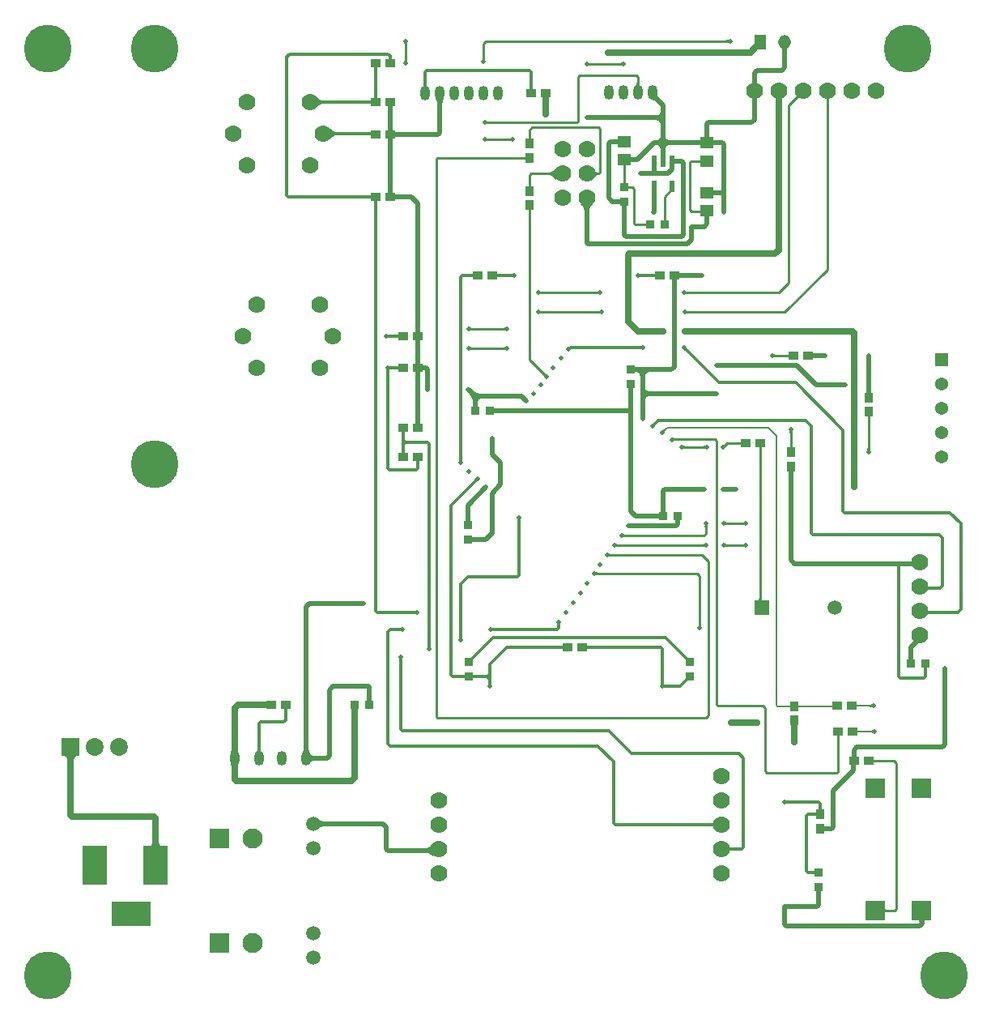
<source format=gbr>
G04*
G04 #@! TF.GenerationSoftware,Altium Limited,Altium Designer,24.4.1 (13)*
G04*
G04 Layer_Physical_Order=2*
G04 Layer_Color=16711680*
%FSLAX44Y44*%
%MOMM*%
G71*
G04*
G04 #@! TF.SameCoordinates,292D2D62-A6DC-441A-99C5-A44A3EC90559*
G04*
G04*
G04 #@! TF.FilePolarity,Positive*
G04*
G01*
G75*
%ADD10C,0.2540*%
%ADD12C,0.2032*%
%ADD15C,0.5080*%
%ADD22C,0.3048*%
%ADD24R,1.0000X0.9500*%
%ADD57C,0.6350*%
%ADD58O,1.3000X1.5000*%
%ADD59R,1.3000X1.5000*%
%ADD60R,1.3700X1.3700*%
%ADD61C,1.3700*%
%ADD62C,1.7780*%
%ADD63C,5.0000*%
%ADD64R,2.1000X2.1000*%
%ADD65C,2.1000*%
%ADD66R,2.5400X4.0640*%
%ADD67R,4.0640X2.5400*%
%ADD68O,1.0160X1.5240*%
%ADD69C,1.8600*%
%ADD70R,1.8600X1.8600*%
%ADD71C,1.5000*%
%ADD72R,1.5000X1.5000*%
%ADD73R,2.0000X2.0000*%
%ADD74C,0.5080*%
%ADD75R,0.9500X1.0000*%
%ADD76R,0.8890X0.9500*%
%ADD77R,0.9500X0.8890*%
%ADD78R,1.4000X1.2000*%
%ADD79R,0.6200X1.2200*%
G36*
X753836Y1018032D02*
X753727Y1018129D01*
X753600Y1018215D01*
X753455Y1018291D01*
X753291Y1018357D01*
X753110Y1018413D01*
X752909Y1018459D01*
X752691Y1018494D01*
X752455Y1018520D01*
X751926Y1018540D01*
Y1021080D01*
X752199Y1021085D01*
X752691Y1021126D01*
X752909Y1021161D01*
X753110Y1021207D01*
X753291Y1021263D01*
X753455Y1021329D01*
X753600Y1021405D01*
X753727Y1021491D01*
X753836Y1021588D01*
Y1018032D01*
D02*
G37*
G36*
X418242Y1017887D02*
X418155Y1017760D01*
X418079Y1017615D01*
X418013Y1017451D01*
X417957Y1017270D01*
X417911Y1017069D01*
X417876Y1016851D01*
X417850Y1016615D01*
X417830Y1016086D01*
X415290D01*
X415285Y1016359D01*
X415244Y1016851D01*
X415209Y1017069D01*
X415163Y1017270D01*
X415107Y1017451D01*
X415041Y1017615D01*
X414965Y1017760D01*
X414879Y1017887D01*
X414782Y1017996D01*
X418338D01*
X418242Y1017887D01*
D02*
G37*
G36*
X499115Y1001671D02*
X499156Y1001179D01*
X499191Y1000960D01*
X499237Y1000760D01*
X499293Y1000579D01*
X499359Y1000415D01*
X499435Y1000270D01*
X499521Y1000143D01*
X499618Y1000034D01*
X496062D01*
X496158Y1000143D01*
X496245Y1000270D01*
X496321Y1000415D01*
X496387Y1000579D01*
X496443Y1000760D01*
X496489Y1000960D01*
X496524Y1001179D01*
X496550Y1001415D01*
X496570Y1001944D01*
X499110D01*
X499115Y1001671D01*
D02*
G37*
G36*
X417835Y1000400D02*
X417876Y999909D01*
X417911Y999690D01*
X417957Y999490D01*
X418013Y999308D01*
X418079Y999145D01*
X418155Y999000D01*
X418242Y998873D01*
X418338Y998764D01*
X414782D01*
X414879Y998873D01*
X414965Y999000D01*
X415041Y999145D01*
X415107Y999308D01*
X415163Y999490D01*
X415209Y999690D01*
X415244Y999909D01*
X415270Y1000145D01*
X415290Y1000674D01*
X417830D01*
X417835Y1000400D01*
D02*
G37*
G36*
X642076Y993902D02*
X641967Y993998D01*
X641840Y994085D01*
X641695Y994161D01*
X641532Y994227D01*
X641350Y994283D01*
X641150Y994329D01*
X640931Y994364D01*
X640695Y994390D01*
X640166Y994410D01*
Y996950D01*
X640440Y996955D01*
X640931Y996996D01*
X641150Y997031D01*
X641350Y997077D01*
X641532Y997133D01*
X641695Y997199D01*
X641840Y997275D01*
X641967Y997362D01*
X642076Y997458D01*
Y993902D01*
D02*
G37*
G36*
X607713Y997362D02*
X607840Y997275D01*
X607985Y997199D01*
X608148Y997133D01*
X608330Y997077D01*
X608531Y997031D01*
X608749Y996996D01*
X608985Y996970D01*
X609514Y996950D01*
Y994410D01*
X609240Y994405D01*
X608749Y994364D01*
X608531Y994329D01*
X608330Y994283D01*
X608148Y994227D01*
X607985Y994161D01*
X607840Y994085D01*
X607713Y993998D01*
X607604Y993902D01*
Y997458D01*
X607713Y997362D01*
D02*
G37*
G36*
X660413Y975891D02*
X660513Y974905D01*
X660601Y974504D01*
X660715Y974165D01*
X660853Y973888D01*
X661017Y973673D01*
X661205Y973519D01*
X661419Y973426D01*
X661658Y973395D01*
X656602D01*
X656841Y973426D01*
X657055Y973519D01*
X657243Y973673D01*
X657407Y973888D01*
X657545Y974165D01*
X657659Y974504D01*
X657747Y974905D01*
X657810Y975367D01*
X657847Y975891D01*
X657860Y976476D01*
X660400D01*
X660413Y975891D01*
D02*
G37*
G36*
X438419Y974885D02*
X438540Y973643D01*
X438645Y973139D01*
X438780Y972712D01*
X438946Y972363D01*
X439142Y972091D01*
X439367Y971897D01*
X439623Y971781D01*
X439909Y971742D01*
X433851D01*
X434137Y971781D01*
X434393Y971897D01*
X434618Y972091D01*
X434814Y972363D01*
X434980Y972712D01*
X435115Y973139D01*
X435220Y973643D01*
X435296Y974225D01*
X435341Y974885D01*
X435356Y975622D01*
X438404D01*
X438419Y974885D01*
D02*
G37*
G36*
X679162Y965615D02*
X679027Y965144D01*
X679030Y964607D01*
X679169Y964005D01*
X679446Y963337D01*
X679859Y962603D01*
X680408Y961804D01*
X681095Y960939D01*
X681919Y960009D01*
X682879Y959013D01*
X679287Y955421D01*
X678651Y956031D01*
X677387Y957083D01*
X676759Y957526D01*
X676134Y957913D01*
X675512Y958244D01*
X674893Y958519D01*
X674276Y958738D01*
X673663Y958902D01*
X673052Y959010D01*
X679433Y966021D01*
X679162Y965615D01*
D02*
G37*
G36*
X456175Y959605D02*
X455857Y959055D01*
X455577Y958464D01*
X455334Y957832D01*
X455128Y957158D01*
X454959Y956442D01*
X454828Y955686D01*
X454735Y954887D01*
X454660Y953167D01*
X449580D01*
X449561Y954048D01*
X449412Y955686D01*
X449281Y956442D01*
X449112Y957158D01*
X448907Y957832D01*
X448663Y958464D01*
X448383Y959055D01*
X448065Y959605D01*
X447709Y960113D01*
X456531D01*
X456175Y959605D01*
D02*
G37*
G36*
X323485Y961640D02*
X325210Y960136D01*
X326029Y959526D01*
X326818Y959009D01*
X327577Y958586D01*
X328308Y958257D01*
X329009Y958022D01*
X329680Y957881D01*
X330322Y957834D01*
Y954786D01*
X329680Y954739D01*
X329009Y954598D01*
X328308Y954363D01*
X327577Y954034D01*
X326818Y953611D01*
X326029Y953094D01*
X325210Y952484D01*
X324362Y951779D01*
X322579Y950087D01*
Y962533D01*
X323485Y961640D01*
D02*
G37*
G36*
X688088Y939800D02*
X683008Y932180D01*
X682957Y933145D01*
X682805Y934009D01*
X682551Y934771D01*
X682195Y935431D01*
X681738Y935990D01*
X681179Y936447D01*
X680519Y936803D01*
X679757Y937057D01*
X678893Y937209D01*
X677928Y937260D01*
Y942340D01*
X678893Y942391D01*
X679757Y942543D01*
X680519Y942797D01*
X681179Y943153D01*
X681738Y943610D01*
X682195Y944169D01*
X682551Y944829D01*
X682805Y945591D01*
X682957Y946455D01*
X683008Y947420D01*
X688088Y939800D01*
D02*
G37*
G36*
X337455Y928620D02*
X339180Y927116D01*
X339999Y926506D01*
X340788Y925989D01*
X341547Y925566D01*
X342278Y925237D01*
X342979Y925002D01*
X343650Y924861D01*
X344292Y924814D01*
Y921766D01*
X343650Y921719D01*
X342979Y921578D01*
X342278Y921343D01*
X341547Y921014D01*
X340788Y920591D01*
X339999Y920074D01*
X339180Y919464D01*
X338332Y918759D01*
X336549Y917067D01*
Y929513D01*
X337455Y928620D01*
D02*
G37*
G36*
X526506Y915162D02*
X526397Y915258D01*
X526270Y915345D01*
X526125Y915421D01*
X525961Y915487D01*
X525780Y915543D01*
X525579Y915589D01*
X525361Y915624D01*
X525125Y915650D01*
X524596Y915670D01*
Y918210D01*
X524869Y918215D01*
X525361Y918256D01*
X525579Y918291D01*
X525780Y918337D01*
X525961Y918393D01*
X526125Y918459D01*
X526270Y918535D01*
X526397Y918622D01*
X526506Y918718D01*
Y915162D01*
D02*
G37*
G36*
X501033Y918622D02*
X501160Y918535D01*
X501305Y918459D01*
X501469Y918393D01*
X501650Y918337D01*
X501851Y918291D01*
X502069Y918256D01*
X502305Y918230D01*
X502834Y918210D01*
Y915670D01*
X502561Y915665D01*
X502069Y915624D01*
X501851Y915589D01*
X501650Y915543D01*
X501469Y915487D01*
X501305Y915421D01*
X501160Y915345D01*
X501033Y915258D01*
X500924Y915162D01*
Y918718D01*
X501033Y918622D01*
D02*
G37*
G36*
X688139Y920587D02*
X688291Y919724D01*
X688545Y918962D01*
X688901Y918301D01*
X689358Y917742D01*
X689917Y917285D01*
X690577Y916930D01*
X691339Y916676D01*
X692203Y916523D01*
X693168Y916472D01*
Y911392D01*
X692203Y911342D01*
X691339Y911189D01*
X690577Y910935D01*
X689917Y910580D01*
X689358Y910122D01*
X688901Y909564D01*
X688545Y908903D01*
X688291Y908141D01*
X688139Y907278D01*
X688088Y906312D01*
X683008D01*
X682957Y907278D01*
X682805Y908141D01*
X682551Y908903D01*
X682195Y909564D01*
X681738Y910122D01*
X681179Y910580D01*
X680519Y910935D01*
X679757Y911189D01*
X678893Y911342D01*
X677928Y911392D01*
Y916472D01*
X678893Y916523D01*
X679757Y916676D01*
X680519Y916930D01*
X681179Y917285D01*
X681738Y917742D01*
X682195Y918301D01*
X682551Y918962D01*
X682805Y919724D01*
X682957Y920587D01*
X683008Y921552D01*
X688088D01*
X688139Y920587D01*
D02*
G37*
G36*
X613958Y885016D02*
X614315Y884519D01*
X614704Y884081D01*
X615122Y883701D01*
X615571Y883380D01*
X616051Y883117D01*
X616561Y882913D01*
X617101Y882767D01*
X617671Y882679D01*
X618272Y882650D01*
Y880110D01*
X617671Y880081D01*
X617101Y879993D01*
X616561Y879847D01*
X616051Y879643D01*
X615571Y879380D01*
X615122Y879059D01*
X614704Y878679D01*
X614315Y878241D01*
X613958Y877744D01*
X613630Y877189D01*
Y885571D01*
X613958Y885016D01*
D02*
G37*
G36*
X574041Y875157D02*
X573090Y876098D01*
X571302Y877683D01*
X570466Y878327D01*
X569668Y878872D01*
X568909Y879317D01*
X568188Y879664D01*
X567506Y879912D01*
X566862Y880061D01*
X566257Y880110D01*
Y882650D01*
X566862Y882700D01*
X567506Y882848D01*
X568188Y883096D01*
X568909Y883443D01*
X569668Y883888D01*
X570466Y884433D01*
X571302Y885077D01*
X573090Y886662D01*
X574041Y887603D01*
Y875157D01*
D02*
G37*
G36*
X611313Y848906D02*
X610687Y848176D01*
X610135Y847440D01*
X609656Y846698D01*
X609251Y845950D01*
X608919Y845197D01*
X608661Y844438D01*
X608477Y843673D01*
X608367Y842903D01*
X608330Y842127D01*
X603250D01*
X603213Y842903D01*
X603103Y843673D01*
X602919Y844438D01*
X602661Y845197D01*
X602329Y845950D01*
X601924Y846698D01*
X601445Y847440D01*
X600893Y848176D01*
X600267Y848906D01*
X599567Y849631D01*
X612013D01*
X611313Y848906D01*
D02*
G37*
G36*
X661006Y776430D02*
X661093Y776387D01*
X661205Y776348D01*
X661342Y776315D01*
X661504Y776288D01*
X661902Y776247D01*
X662400Y776227D01*
X662686Y776224D01*
Y773176D01*
X662400Y773174D01*
X661504Y773112D01*
X661342Y773085D01*
X661205Y773052D01*
X661093Y773013D01*
X661006Y772970D01*
X660944Y772922D01*
Y776478D01*
X661006Y776430D01*
D02*
G37*
G36*
X527776Y772922D02*
X527714Y772970D01*
X527627Y773013D01*
X527515Y773052D01*
X527378Y773085D01*
X527216Y773112D01*
X526818Y773153D01*
X526320Y773174D01*
X526034Y773176D01*
Y776224D01*
X526320Y776227D01*
X527216Y776288D01*
X527378Y776315D01*
X527515Y776348D01*
X527627Y776387D01*
X527714Y776430D01*
X527776Y776478D01*
Y772922D01*
D02*
G37*
G36*
X520156Y717042D02*
X520047Y717139D01*
X519920Y717225D01*
X519775Y717301D01*
X519612Y717367D01*
X519430Y717423D01*
X519230Y717469D01*
X519011Y717504D01*
X518774Y717530D01*
X518246Y717550D01*
Y720090D01*
X518520Y720095D01*
X519011Y720136D01*
X519230Y720171D01*
X519430Y720217D01*
X519612Y720273D01*
X519775Y720339D01*
X519920Y720415D01*
X520047Y720501D01*
X520156Y720598D01*
Y717042D01*
D02*
G37*
G36*
X484523Y720501D02*
X484650Y720415D01*
X484795Y720339D01*
X484958Y720273D01*
X485140Y720217D01*
X485340Y720171D01*
X485559Y720136D01*
X485796Y720110D01*
X486324Y720090D01*
Y717550D01*
X486050Y717545D01*
X485559Y717504D01*
X485340Y717469D01*
X485140Y717423D01*
X484958Y717367D01*
X484795Y717301D01*
X484650Y717225D01*
X484523Y717139D01*
X484414Y717042D01*
Y720598D01*
X484523Y720501D01*
D02*
G37*
G36*
X398116Y712930D02*
X398203Y712887D01*
X398315Y712849D01*
X398452Y712815D01*
X398614Y712787D01*
X399012Y712747D01*
X399510Y712727D01*
X399796Y712724D01*
Y709676D01*
X399510Y709673D01*
X398614Y709613D01*
X398452Y709585D01*
X398315Y709551D01*
X398203Y709513D01*
X398116Y709470D01*
X398054Y709422D01*
Y712978D01*
X398116Y712930D01*
D02*
G37*
G36*
X520156Y696722D02*
X520047Y696818D01*
X519920Y696905D01*
X519775Y696981D01*
X519612Y697047D01*
X519430Y697103D01*
X519230Y697149D01*
X519011Y697184D01*
X518774Y697210D01*
X518246Y697230D01*
Y699770D01*
X518520Y699775D01*
X519011Y699816D01*
X519230Y699851D01*
X519430Y699897D01*
X519612Y699953D01*
X519775Y700019D01*
X519920Y700095D01*
X520047Y700182D01*
X520156Y700278D01*
Y696722D01*
D02*
G37*
G36*
X484523Y700182D02*
X484650Y700095D01*
X484795Y700019D01*
X484958Y699953D01*
X485140Y699897D01*
X485340Y699851D01*
X485559Y699816D01*
X485796Y699790D01*
X486324Y699770D01*
Y697230D01*
X486050Y697225D01*
X485559Y697184D01*
X485340Y697149D01*
X485140Y697103D01*
X484958Y697047D01*
X484795Y696981D01*
X484650Y696905D01*
X484523Y696818D01*
X484414Y696722D01*
Y700278D01*
X484523Y700182D01*
D02*
G37*
G36*
X709940Y699667D02*
X709971Y699574D01*
X710023Y699468D01*
X710097Y699348D01*
X710191Y699214D01*
X710444Y698904D01*
X710781Y698537D01*
X710982Y698333D01*
X708827Y696178D01*
X708623Y696378D01*
X707946Y696969D01*
X707812Y697064D01*
X707692Y697137D01*
X707586Y697189D01*
X707494Y697220D01*
X707415Y697230D01*
X709930Y699745D01*
X709940Y699667D01*
D02*
G37*
G36*
X802023Y692561D02*
X802150Y692475D01*
X802295Y692399D01*
X802458Y692333D01*
X802640Y692277D01*
X802840Y692231D01*
X803059Y692196D01*
X803296Y692170D01*
X803824Y692150D01*
Y689610D01*
X803550Y689605D01*
X803059Y689564D01*
X802840Y689529D01*
X802640Y689483D01*
X802458Y689427D01*
X802295Y689361D01*
X802150Y689285D01*
X802023Y689199D01*
X801914Y689102D01*
Y692658D01*
X802023Y692561D01*
D02*
G37*
G36*
X399386Y679910D02*
X399473Y679867D01*
X399585Y679828D01*
X399722Y679795D01*
X399884Y679768D01*
X400282Y679727D01*
X400780Y679706D01*
X401066Y679704D01*
Y676656D01*
X400780Y676654D01*
X399884Y676592D01*
X399722Y676565D01*
X399585Y676532D01*
X399473Y676493D01*
X399386Y676450D01*
X399324Y676402D01*
Y679958D01*
X399386Y679910D01*
D02*
G37*
G36*
X399240Y676304D02*
X399197Y676217D01*
X399159Y676105D01*
X399125Y675968D01*
X399098Y675806D01*
X399057Y675408D01*
X399036Y674910D01*
X399034Y674624D01*
X395986D01*
X395984Y674910D01*
X395923Y675806D01*
X395895Y675968D01*
X395862Y676105D01*
X395823Y676217D01*
X395780Y676304D01*
X395732Y676366D01*
X399288D01*
X399240Y676304D01*
D02*
G37*
G36*
X671830Y674174D02*
X671830D01*
X671830Y674174D01*
X670865Y674123D01*
X670001Y673970D01*
X669239Y673716D01*
X668579Y673361D01*
X668020Y672904D01*
X667563Y672345D01*
X667207Y671684D01*
X666953Y670922D01*
X666801Y670059D01*
X666750Y669094D01*
X661670D01*
Y669094D01*
X661670D01*
X661619Y670059D01*
X661467Y670922D01*
X661213Y671684D01*
X660857Y672345D01*
X660400Y672904D01*
X659841Y673361D01*
X659181Y673716D01*
X658419Y673970D01*
X657708Y674096D01*
X657555Y674123D01*
X656590Y674174D01*
X664210Y679254D01*
X669290D01*
X671830Y674174D01*
D02*
G37*
G36*
X666801Y658165D02*
X666953Y657301D01*
X667207Y656539D01*
X667563Y655879D01*
X668020Y655320D01*
X668579Y654863D01*
X669239Y654507D01*
X670001Y654253D01*
X670865Y654101D01*
X671830Y654050D01*
Y648970D01*
X670865Y648919D01*
X670001Y648767D01*
X669239Y648513D01*
X668579Y648157D01*
X668020Y647700D01*
X667563Y647141D01*
X667207Y646481D01*
X666953Y645719D01*
X666801Y644855D01*
X666750Y643890D01*
X661670Y651510D01*
X666750Y659130D01*
X666801Y658165D01*
D02*
G37*
G36*
X487340Y654420D02*
X488103Y653809D01*
X488896Y653270D01*
X489718Y652803D01*
X490570Y652408D01*
X491453Y652085D01*
X492364Y651833D01*
X493306Y651654D01*
X494277Y651546D01*
X495279Y651510D01*
X496766Y646430D01*
X495801Y646379D01*
X494938Y646227D01*
X494176Y645973D01*
X493515Y645617D01*
X492956Y645160D01*
X492499Y644601D01*
X492144Y643941D01*
X491890Y643179D01*
X491737Y642315D01*
X491686Y641350D01*
X486606Y642838D01*
X486571Y643839D01*
X486463Y644810D01*
X486283Y645752D01*
X486032Y646664D01*
X485708Y647546D01*
X485313Y648398D01*
X484846Y649221D01*
X484307Y650014D01*
X483697Y650777D01*
X483014Y651510D01*
X486606Y655102D01*
X487340Y654420D01*
D02*
G37*
G36*
X677872Y619054D02*
X677673Y618850D01*
X677210Y618316D01*
X677100Y618163D01*
X677012Y618022D01*
X676946Y617895D01*
X676903Y617780D01*
X676882Y617679D01*
X676883Y617589D01*
X674051Y619740D01*
X674105Y619756D01*
X674175Y619793D01*
X674262Y619851D01*
X674366Y619929D01*
X674624Y620148D01*
X675138Y620633D01*
X675343Y620835D01*
X677872Y619054D01*
D02*
G37*
G36*
X687972Y612875D02*
X687799Y612691D01*
X687644Y612504D01*
X687507Y612314D01*
X687390Y612120D01*
X687290Y611924D01*
X687209Y611724D01*
X687147Y611522D01*
X687103Y611316D01*
X687077Y611107D01*
X687070Y610895D01*
X684555Y613410D01*
X684767Y613417D01*
X684976Y613442D01*
X685182Y613487D01*
X685384Y613549D01*
X685584Y613630D01*
X685780Y613730D01*
X685974Y613848D01*
X686164Y613984D01*
X686351Y614139D01*
X686535Y614312D01*
X687972Y612875D01*
D02*
G37*
G36*
X821005Y611707D02*
X820894Y611608D01*
X820795Y611491D01*
X820707Y611353D01*
X820631Y611197D01*
X820566Y611021D01*
X820514Y610826D01*
X820473Y610611D01*
X820443Y610377D01*
X820426Y610124D01*
X820420Y609851D01*
X817880Y610227D01*
X817876Y610502D01*
X817816Y611217D01*
X817779Y611419D01*
X817735Y611603D01*
X817683Y611769D01*
X817623Y611916D01*
X817554Y612045D01*
X817478Y612156D01*
X821005Y611707D01*
D02*
G37*
G36*
X696237Y605278D02*
X696363Y605221D01*
X696508Y605171D01*
X696672Y605127D01*
X696854Y605090D01*
X697276Y605036D01*
X697515Y605019D01*
X698049Y605006D01*
X698630Y602466D01*
X698357Y602460D01*
X697872Y602411D01*
X697660Y602368D01*
X697468Y602312D01*
X697296Y602245D01*
X697144Y602165D01*
X697013Y602073D01*
X696902Y601968D01*
X696811Y601852D01*
X696130Y605342D01*
X696237Y605278D01*
D02*
G37*
G36*
X751647Y596764D02*
X751454Y596566D01*
X750982Y596023D01*
X750861Y595859D01*
X750674Y595557D01*
X750607Y595419D01*
X750558Y595290D01*
X750528Y595169D01*
X748541Y598118D01*
X748688Y598100D01*
X748840Y598105D01*
X748998Y598133D01*
X749162Y598183D01*
X749331Y598257D01*
X749506Y598354D01*
X749687Y598474D01*
X749873Y598616D01*
X750064Y598782D01*
X750262Y598970D01*
X751647Y596764D01*
D02*
G37*
G36*
X415695Y604703D02*
X415786Y604185D01*
X415938Y603727D01*
X416152Y603331D01*
X416426Y602996D01*
X416761Y602722D01*
X417158Y602508D01*
X417615Y602356D01*
X418133Y602265D01*
X418712Y602234D01*
Y599186D01*
X418133Y599156D01*
X417615Y599064D01*
X417158Y598912D01*
X416761Y598698D01*
X416426Y598424D01*
X416152Y598089D01*
X415938Y597692D01*
X415786Y597235D01*
X415695Y596717D01*
X415664Y596138D01*
X412616Y600710D01*
X415664Y605282D01*
X415695Y604703D01*
D02*
G37*
G36*
X729706Y593852D02*
X729597Y593949D01*
X729470Y594035D01*
X729325Y594111D01*
X729162Y594177D01*
X728980Y594233D01*
X728780Y594279D01*
X728561Y594314D01*
X728325Y594340D01*
X727796Y594360D01*
Y596900D01*
X728070Y596905D01*
X728561Y596946D01*
X728780Y596981D01*
X728980Y597027D01*
X729162Y597083D01*
X729325Y597149D01*
X729470Y597225D01*
X729597Y597312D01*
X729706Y597408D01*
Y593852D01*
D02*
G37*
G36*
X706773Y597312D02*
X706900Y597225D01*
X707045Y597149D01*
X707208Y597083D01*
X707390Y597027D01*
X707590Y596981D01*
X707809Y596946D01*
X708046Y596920D01*
X708574Y596900D01*
Y594360D01*
X708300Y594355D01*
X707809Y594314D01*
X707590Y594279D01*
X707390Y594233D01*
X707208Y594177D01*
X707045Y594111D01*
X706900Y594035D01*
X706773Y593949D01*
X706664Y593852D01*
Y597408D01*
X706773Y597312D01*
D02*
G37*
G36*
X901705Y594001D02*
X901746Y593509D01*
X901781Y593290D01*
X901827Y593090D01*
X901883Y592909D01*
X901949Y592745D01*
X902025Y592600D01*
X902112Y592473D01*
X902208Y592364D01*
X898652D01*
X898748Y592473D01*
X898835Y592600D01*
X898911Y592745D01*
X898977Y592909D01*
X899033Y593090D01*
X899079Y593290D01*
X899114Y593509D01*
X899140Y593745D01*
X899160Y594274D01*
X901700D01*
X901705Y594001D01*
D02*
G37*
G36*
X475237Y582390D02*
X475298Y581494D01*
X475325Y581332D01*
X475359Y581195D01*
X475397Y581083D01*
X475440Y580996D01*
X475488Y580934D01*
X471932D01*
X471980Y580996D01*
X472023Y581083D01*
X472062Y581195D01*
X472095Y581332D01*
X472122Y581494D01*
X472163Y581892D01*
X472183Y582390D01*
X472186Y582676D01*
X475234D01*
X475237Y582390D01*
D02*
G37*
G36*
X491465Y560070D02*
X491386Y560060D01*
X491294Y560029D01*
X491188Y559977D01*
X491068Y559903D01*
X490934Y559809D01*
X490624Y559556D01*
X490257Y559218D01*
X490053Y559018D01*
X487898Y561173D01*
X488098Y561377D01*
X488689Y562054D01*
X488783Y562188D01*
X488857Y562308D01*
X488909Y562414D01*
X488940Y562506D01*
X488950Y562585D01*
X491465Y560070D01*
D02*
G37*
G36*
X536400Y520094D02*
X536357Y520007D01*
X536319Y519895D01*
X536285Y519758D01*
X536258Y519596D01*
X536217Y519198D01*
X536197Y518700D01*
X536194Y518414D01*
X533146D01*
X533144Y518700D01*
X533083Y519596D01*
X533055Y519758D01*
X533022Y519895D01*
X532983Y520007D01*
X532940Y520094D01*
X532892Y520156D01*
X536448D01*
X536400Y520094D01*
D02*
G37*
G36*
X770346Y513842D02*
X770237Y513938D01*
X770110Y514025D01*
X769965Y514101D01*
X769801Y514167D01*
X769620Y514223D01*
X769419Y514269D01*
X769201Y514304D01*
X768964Y514330D01*
X768436Y514350D01*
Y516890D01*
X768709Y516895D01*
X769201Y516936D01*
X769419Y516971D01*
X769620Y517017D01*
X769801Y517073D01*
X769965Y517139D01*
X770110Y517215D01*
X770237Y517301D01*
X770346Y517398D01*
Y513842D01*
D02*
G37*
G36*
X751223Y517301D02*
X751350Y517215D01*
X751495Y517139D01*
X751658Y517073D01*
X751840Y517017D01*
X752040Y516971D01*
X752259Y516936D01*
X752495Y516910D01*
X753024Y516890D01*
Y514350D01*
X752750Y514345D01*
X752259Y514304D01*
X752040Y514269D01*
X751840Y514223D01*
X751658Y514167D01*
X751495Y514101D01*
X751350Y514025D01*
X751223Y513938D01*
X751114Y513842D01*
Y517398D01*
X751223Y517301D01*
D02*
G37*
G36*
X731932Y513697D02*
X731845Y513570D01*
X731769Y513425D01*
X731703Y513261D01*
X731647Y513080D01*
X731601Y512879D01*
X731566Y512661D01*
X731540Y512425D01*
X731520Y511896D01*
X728980D01*
X728975Y512169D01*
X728934Y512661D01*
X728899Y512879D01*
X728853Y513080D01*
X728797Y513261D01*
X728731Y513425D01*
X728655Y513570D01*
X728568Y513697D01*
X728472Y513806D01*
X732028D01*
X731932Y513697D01*
D02*
G37*
G36*
X644543Y504602D02*
X644670Y504515D01*
X644815Y504439D01*
X644978Y504373D01*
X645160Y504317D01*
X645360Y504271D01*
X645579Y504236D01*
X645816Y504210D01*
X646344Y504190D01*
Y501650D01*
X646070Y501645D01*
X645579Y501604D01*
X645360Y501569D01*
X645160Y501523D01*
X644978Y501467D01*
X644815Y501401D01*
X644670Y501325D01*
X644543Y501239D01*
X644434Y501142D01*
Y504698D01*
X644543Y504602D01*
D02*
G37*
G36*
X770346Y490982D02*
X770237Y491078D01*
X770110Y491165D01*
X769965Y491241D01*
X769801Y491307D01*
X769620Y491363D01*
X769419Y491409D01*
X769201Y491444D01*
X768964Y491470D01*
X768436Y491490D01*
Y494030D01*
X768709Y494035D01*
X769201Y494076D01*
X769419Y494111D01*
X769620Y494157D01*
X769801Y494213D01*
X769965Y494279D01*
X770110Y494355D01*
X770237Y494441D01*
X770346Y494538D01*
Y490982D01*
D02*
G37*
G36*
X751223Y494441D02*
X751350Y494355D01*
X751495Y494279D01*
X751658Y494213D01*
X751840Y494157D01*
X752040Y494111D01*
X752259Y494076D01*
X752495Y494050D01*
X753024Y494030D01*
Y491490D01*
X752750Y491485D01*
X752259Y491444D01*
X752040Y491409D01*
X751840Y491363D01*
X751658Y491307D01*
X751495Y491241D01*
X751350Y491165D01*
X751223Y491078D01*
X751114Y490982D01*
Y494538D01*
X751223Y494441D01*
D02*
G37*
G36*
X728436Y490982D02*
X728327Y491078D01*
X728200Y491165D01*
X728055Y491241D01*
X727891Y491307D01*
X727710Y491363D01*
X727510Y491409D01*
X727291Y491444D01*
X727055Y491470D01*
X726526Y491490D01*
Y494030D01*
X726799Y494035D01*
X727291Y494076D01*
X727510Y494111D01*
X727710Y494157D01*
X727891Y494213D01*
X728055Y494279D01*
X728200Y494355D01*
X728327Y494441D01*
X728436Y494538D01*
Y490982D01*
D02*
G37*
G36*
X636923Y494441D02*
X637050Y494355D01*
X637195Y494279D01*
X637359Y494213D01*
X637540Y494157D01*
X637741Y494111D01*
X637959Y494076D01*
X638195Y494050D01*
X638724Y494030D01*
Y491490D01*
X638451Y491485D01*
X637959Y491444D01*
X637741Y491409D01*
X637540Y491363D01*
X637359Y491307D01*
X637195Y491241D01*
X637050Y491165D01*
X636923Y491078D01*
X636814Y490982D01*
Y494538D01*
X636923Y494441D01*
D02*
G37*
G36*
X629303Y484282D02*
X629430Y484195D01*
X629575Y484119D01*
X629739Y484053D01*
X629920Y483997D01*
X630121Y483951D01*
X630339Y483916D01*
X630575Y483890D01*
X631104Y483870D01*
Y481330D01*
X630830Y481325D01*
X630339Y481284D01*
X630121Y481249D01*
X629920Y481203D01*
X629739Y481147D01*
X629575Y481081D01*
X629430Y481005D01*
X629303Y480919D01*
X629194Y480822D01*
Y484378D01*
X629303Y484282D01*
D02*
G37*
G36*
X615333Y465232D02*
X615460Y465145D01*
X615605Y465069D01*
X615769Y465003D01*
X615950Y464947D01*
X616151Y464901D01*
X616369Y464866D01*
X616605Y464840D01*
X617134Y464820D01*
Y462280D01*
X616861Y462275D01*
X616369Y462234D01*
X616151Y462199D01*
X615950Y462153D01*
X615769Y462097D01*
X615605Y462031D01*
X615460Y461955D01*
X615333Y461869D01*
X615224Y461772D01*
Y465328D01*
X615333Y465232D01*
D02*
G37*
G36*
X788563Y437384D02*
X788601Y436947D01*
X788664Y436562D01*
X788753Y436227D01*
X788867Y435945D01*
X789007Y435713D01*
X789172Y435533D01*
X789363Y435405D01*
X789579Y435328D01*
X789820Y435302D01*
X784740D01*
X784981Y435328D01*
X785197Y435405D01*
X785388Y435533D01*
X785553Y435713D01*
X785693Y435945D01*
X785807Y436227D01*
X785896Y436562D01*
X785959Y436947D01*
X785997Y437384D01*
X786010Y437873D01*
X788550D01*
X788563Y437384D01*
D02*
G37*
G36*
X426176Y421132D02*
X426114Y421180D01*
X426027Y421223D01*
X425915Y421261D01*
X425778Y421295D01*
X425616Y421323D01*
X425218Y421363D01*
X424720Y421384D01*
X424434Y421386D01*
Y424434D01*
X424720Y424436D01*
X425616Y424497D01*
X425778Y424525D01*
X425915Y424558D01*
X426027Y424597D01*
X426114Y424640D01*
X426176Y424688D01*
Y421132D01*
D02*
G37*
G36*
X578310Y410874D02*
X578267Y410787D01*
X578228Y410675D01*
X578195Y410538D01*
X578167Y410376D01*
X578127Y409978D01*
X578106Y409480D01*
X578104Y409194D01*
X575056D01*
X575053Y409480D01*
X574992Y410376D01*
X574965Y410538D01*
X574931Y410675D01*
X574893Y410787D01*
X574850Y410874D01*
X574802Y410936D01*
X578358D01*
X578310Y410874D01*
D02*
G37*
G36*
X725175Y409851D02*
X725216Y409359D01*
X725251Y409141D01*
X725297Y408940D01*
X725353Y408759D01*
X725419Y408595D01*
X725495Y408450D01*
X725582Y408323D01*
X725678Y408214D01*
X722122D01*
X722218Y408323D01*
X722305Y408450D01*
X722381Y408595D01*
X722447Y408759D01*
X722503Y408940D01*
X722549Y409141D01*
X722584Y409359D01*
X722610Y409595D01*
X722630Y410124D01*
X725170D01*
X725175Y409851D01*
D02*
G37*
G36*
X507336Y406860D02*
X507423Y406817D01*
X507535Y406778D01*
X507672Y406745D01*
X507834Y406717D01*
X508232Y406677D01*
X508730Y406656D01*
X509016Y406654D01*
Y403606D01*
X508730Y403604D01*
X507834Y403543D01*
X507672Y403515D01*
X507535Y403481D01*
X507423Y403443D01*
X507336Y403400D01*
X507274Y403352D01*
Y406908D01*
X507336Y406860D01*
D02*
G37*
G36*
X410936Y403352D02*
X410874Y403400D01*
X410787Y403443D01*
X410675Y403481D01*
X410538Y403515D01*
X410376Y403543D01*
X409978Y403583D01*
X409480Y403604D01*
X409194Y403606D01*
Y406654D01*
X409480Y406656D01*
X410376Y406717D01*
X410538Y406745D01*
X410675Y406778D01*
X410787Y406817D01*
X410874Y406860D01*
X410936Y406908D01*
Y403352D01*
D02*
G37*
G36*
X475237Y396970D02*
X475298Y396074D01*
X475325Y395912D01*
X475359Y395775D01*
X475397Y395663D01*
X475440Y395576D01*
X475488Y395514D01*
X471932D01*
X471980Y395576D01*
X472023Y395663D01*
X472062Y395775D01*
X472095Y395912D01*
X472122Y396074D01*
X472163Y396472D01*
X472183Y396970D01*
X472186Y397256D01*
X475234D01*
X475237Y396970D01*
D02*
G37*
G36*
X442216Y388080D02*
X442277Y387184D01*
X442305Y387022D01*
X442338Y386885D01*
X442377Y386773D01*
X442420Y386686D01*
X442468Y386624D01*
X438912D01*
X438960Y386686D01*
X439003Y386773D01*
X439041Y386885D01*
X439075Y387022D01*
X439103Y387184D01*
X439143Y387582D01*
X439164Y388080D01*
X439166Y388366D01*
X442214D01*
X442216Y388080D01*
D02*
G37*
G36*
X413210Y374044D02*
X413167Y373957D01*
X413129Y373845D01*
X413095Y373708D01*
X413068Y373546D01*
X413027Y373148D01*
X413007Y372650D01*
X413004Y372364D01*
X409956D01*
X409953Y372650D01*
X409893Y373546D01*
X409865Y373708D01*
X409832Y373845D01*
X409793Y373957D01*
X409750Y374044D01*
X409702Y374106D01*
X413258D01*
X413210Y374044D01*
D02*
G37*
G36*
X505714Y355796D02*
X502666Y351224D01*
X502635Y351804D01*
X502544Y352322D01*
X502392Y352779D01*
X502178Y353175D01*
X501904Y353510D01*
X501569Y353785D01*
X501172Y353998D01*
X500715Y354151D01*
X500197Y354242D01*
X499618Y354272D01*
Y357320D01*
X500197Y357351D01*
X500715Y357442D01*
X501172Y357595D01*
X501569Y357808D01*
X501904Y358082D01*
X502178Y358418D01*
X502392Y358814D01*
X502544Y359271D01*
X502635Y359789D01*
X502666Y360368D01*
X505714Y355796D01*
D02*
G37*
G36*
X686057Y348710D02*
X686117Y347814D01*
X686145Y347652D01*
X686179Y347515D01*
X686217Y347403D01*
X686260Y347316D01*
X686308Y347254D01*
X682752D01*
X682800Y347316D01*
X682843Y347403D01*
X682881Y347515D01*
X682915Y347652D01*
X682943Y347814D01*
X682983Y348212D01*
X683003Y348710D01*
X683006Y348996D01*
X686054D01*
X686057Y348710D01*
D02*
G37*
G36*
X505717D02*
X505778Y347814D01*
X505805Y347652D01*
X505839Y347515D01*
X505877Y347403D01*
X505920Y347316D01*
X505968Y347254D01*
X502412D01*
X502460Y347316D01*
X502503Y347403D01*
X502542Y347515D01*
X502575Y347652D01*
X502603Y347814D01*
X502643Y348212D01*
X502663Y348710D01*
X502666Y348996D01*
X505714D01*
X505717Y348710D01*
D02*
G37*
G36*
X686406Y347170D02*
X686493Y347127D01*
X686605Y347089D01*
X686742Y347055D01*
X686904Y347028D01*
X687302Y346987D01*
X687800Y346967D01*
X688086Y346964D01*
Y343916D01*
X687800Y343913D01*
X686904Y343853D01*
X686742Y343825D01*
X686605Y343792D01*
X686493Y343753D01*
X686406Y343710D01*
X686344Y343662D01*
Y347218D01*
X686406Y347170D01*
D02*
G37*
G36*
X903696Y323342D02*
X903541Y323487D01*
X903375Y323616D01*
X903199Y323731D01*
X903011Y323830D01*
X902813Y323913D01*
X902604Y323982D01*
X902384Y324035D01*
X902153Y324073D01*
X901911Y324096D01*
X901658Y324104D01*
Y326136D01*
X901911Y326144D01*
X902153Y326166D01*
X902384Y326205D01*
X902604Y326258D01*
X902813Y326326D01*
X903011Y326410D01*
X903199Y326509D01*
X903375Y326624D01*
X903541Y326753D01*
X903696Y326898D01*
Y323342D01*
D02*
G37*
G36*
X904966Y296672D02*
X904811Y296817D01*
X904645Y296946D01*
X904469Y297061D01*
X904281Y297160D01*
X904083Y297243D01*
X903874Y297312D01*
X903654Y297365D01*
X903423Y297404D01*
X903181Y297426D01*
X902928Y297434D01*
Y299466D01*
X903181Y299474D01*
X903423Y299496D01*
X903654Y299535D01*
X903874Y299588D01*
X904083Y299657D01*
X904281Y299740D01*
X904469Y299839D01*
X904645Y299954D01*
X904811Y300083D01*
X904966Y300228D01*
Y296672D01*
D02*
G37*
G36*
X264429Y280195D02*
X264550Y278953D01*
X264655Y278449D01*
X264790Y278022D01*
X264956Y277673D01*
X265152Y277401D01*
X265378Y277207D01*
X265633Y277091D01*
X265919Y277052D01*
X259861D01*
X260147Y277091D01*
X260403Y277207D01*
X260628Y277401D01*
X260824Y277673D01*
X260990Y278022D01*
X261125Y278449D01*
X261231Y278953D01*
X261306Y279535D01*
X261351Y280195D01*
X261366Y280932D01*
X264414D01*
X264429Y280195D01*
D02*
G37*
G36*
X314979Y281662D02*
X315128Y280025D01*
X315259Y279268D01*
X315428Y278552D01*
X315634Y277878D01*
X315877Y277246D01*
X316157Y276655D01*
X316475Y276105D01*
X316831Y275597D01*
X308009D01*
X308365Y276105D01*
X308683Y276655D01*
X308963Y277246D01*
X309207Y277878D01*
X309412Y278552D01*
X309581Y279268D01*
X309712Y280025D01*
X309805Y280823D01*
X309880Y282544D01*
X314960D01*
X314979Y281662D01*
D02*
G37*
G36*
X240677Y282149D02*
X240974Y278335D01*
X241110Y277607D01*
X241271Y276969D01*
X241456Y276421D01*
X241666Y275964D01*
X241901Y275597D01*
X233079D01*
X233314Y275964D01*
X233524Y276421D01*
X233710Y276969D01*
X233870Y277607D01*
X234006Y278335D01*
X234204Y280062D01*
X234303Y282149D01*
X234315Y283328D01*
X240665D01*
X240677Y282149D01*
D02*
G37*
G36*
X71787Y272607D02*
X71247Y272416D01*
X70771Y272099D01*
X70358Y271654D01*
X70009Y271083D01*
X69723Y270385D01*
X69501Y269559D01*
X69342Y268606D01*
X69247Y267527D01*
X69215Y266320D01*
X62865D01*
X62833Y267527D01*
X62738Y268606D01*
X62579Y269559D01*
X62357Y270385D01*
X62071Y271083D01*
X61722Y271654D01*
X61309Y272099D01*
X60833Y272416D01*
X60293Y272607D01*
X59690Y272670D01*
X72390D01*
X71787Y272607D01*
D02*
G37*
G36*
X316863Y275098D02*
X317037Y274668D01*
X317326Y274289D01*
X317731Y273960D01*
X318252Y273682D01*
X318889Y273454D01*
X319641Y273278D01*
X320509Y273151D01*
X321493Y273075D01*
X322593Y273050D01*
Y267970D01*
X321493Y267945D01*
X320509Y267869D01*
X319641Y267742D01*
X318889Y267565D01*
X318252Y267338D01*
X317731Y267060D01*
X317326Y266731D01*
X317037Y266352D01*
X316863Y265922D01*
X316805Y265442D01*
Y275578D01*
X316863Y275098D01*
D02*
G37*
G36*
X241666Y265056D02*
X241456Y264599D01*
X241271Y264051D01*
X241110Y263413D01*
X240974Y262685D01*
X240776Y260958D01*
X240677Y258871D01*
X240665Y257691D01*
X234315D01*
X234303Y258871D01*
X234006Y262685D01*
X233870Y263413D01*
X233710Y264051D01*
X233524Y264599D01*
X233314Y265056D01*
X233079Y265423D01*
X241901D01*
X241666Y265056D01*
D02*
G37*
G36*
X814676Y226520D02*
X814763Y226477D01*
X814875Y226439D01*
X815012Y226405D01*
X815174Y226378D01*
X815572Y226337D01*
X816070Y226317D01*
X816356Y226314D01*
Y223266D01*
X816070Y223263D01*
X815174Y223202D01*
X815012Y223175D01*
X814875Y223141D01*
X814763Y223103D01*
X814676Y223060D01*
X814614Y223012D01*
Y226568D01*
X814676Y226520D01*
D02*
G37*
G36*
X325936Y206665D02*
X326494Y206204D01*
X327070Y205798D01*
X327663Y205446D01*
X328274Y205147D01*
X328903Y204904D01*
X329550Y204714D01*
X330215Y204578D01*
X330897Y204497D01*
X331597Y204470D01*
Y199390D01*
X330897Y199363D01*
X330215Y199282D01*
X329550Y199146D01*
X328903Y198956D01*
X328274Y198713D01*
X327663Y198414D01*
X327070Y198062D01*
X326494Y197656D01*
X325936Y197195D01*
X325396Y196680D01*
Y207180D01*
X325936Y206665D01*
D02*
G37*
G36*
X158147Y184177D02*
X158242Y183092D01*
X158401Y182136D01*
X158623Y181306D01*
X158909Y180604D01*
X159258Y180030D01*
X159671Y179583D01*
X160147Y179264D01*
X160687Y179073D01*
X161290Y179009D01*
X148590D01*
X149193Y179073D01*
X149733Y179264D01*
X150209Y179583D01*
X150622Y180030D01*
X150971Y180604D01*
X151257Y181306D01*
X151479Y182136D01*
X151638Y183092D01*
X151733Y184177D01*
X151765Y185389D01*
X158115D01*
X158147Y184177D01*
D02*
G37*
G36*
X445455Y168194D02*
X444608Y168813D01*
X442947Y169855D01*
X442133Y170278D01*
X441330Y170636D01*
X440538Y170929D01*
X439758Y171157D01*
X438989Y171320D01*
X438231Y171417D01*
X437484Y171450D01*
X436717Y176530D01*
X437515Y176570D01*
X438290Y176689D01*
X439042Y176888D01*
X439772Y177167D01*
X440479Y177526D01*
X441164Y177964D01*
X441826Y178481D01*
X442466Y179079D01*
X443083Y179756D01*
X443677Y180512D01*
X445455Y168194D01*
D02*
G37*
G36*
X917070Y113424D02*
X917147Y113208D01*
X917275Y113017D01*
X917455Y112852D01*
X917687Y112712D01*
X917970Y112598D01*
X918304Y112509D01*
X918689Y112446D01*
X919126Y112408D01*
X919615Y112395D01*
Y109855D01*
X919126Y109842D01*
X918689Y109804D01*
X918304Y109741D01*
X917970Y109652D01*
X917687Y109537D01*
X917455Y109398D01*
X917275Y109233D01*
X917147Y109042D01*
X917070Y108826D01*
X917044Y108585D01*
Y113665D01*
X917070Y113424D01*
D02*
G37*
G36*
X959903Y101117D02*
X959682Y101002D01*
X959487Y100810D01*
X959318Y100541D01*
X959175Y100195D01*
X959058Y99773D01*
X958967Y99274D01*
X958902Y98698D01*
X958863Y98045D01*
X958850Y97315D01*
X953770D01*
X953757Y98045D01*
X953653Y99274D01*
X953562Y99773D01*
X953445Y100195D01*
X953302Y100541D01*
X953133Y100810D01*
X952938Y101002D01*
X952717Y101117D01*
X952469Y101156D01*
X960151D01*
X959903Y101117D01*
D02*
G37*
D10*
X416560Y996950D02*
Y1019810D01*
X595412Y934720D02*
X596900Y936208D01*
Y982762D01*
X499110Y934720D02*
X595412D01*
X596900Y982762D02*
X598388Y984250D01*
X657642D01*
X554990Y736600D02*
X621030D01*
X554990Y756920D02*
X619760D01*
X707390D02*
X806450D01*
X817057Y767527D01*
Y952947D01*
X831850Y967740D01*
X708660Y736600D02*
X812800D01*
X857250Y781050D01*
Y967740D01*
X546100Y687070D02*
X563880Y669290D01*
X546100Y687070D02*
Y848480D01*
X867312Y255270D02*
X868800Y256758D01*
Y298450D01*
X796290Y255270D02*
X867312D01*
X715228Y842010D02*
X730782D01*
X900430Y590550D02*
Y632580D01*
X885190Y553720D02*
X885190Y553720D01*
X741680Y326608D02*
Y602248D01*
X740192Y603736D02*
X741680Y602248D01*
X695176Y603736D02*
X740192D01*
X694690Y603250D02*
X695176Y603736D01*
X748717Y595630D02*
X752527Y599440D01*
X772280D01*
X748030Y595630D02*
X748717D01*
X704850D02*
X731520D01*
X613410Y463550D02*
X721142D01*
X627380Y482600D02*
X726440D01*
X635000Y492760D02*
X730250D01*
X642620Y502920D02*
X728293D01*
X730250Y504877D01*
X819150Y613410D02*
X819471Y613731D01*
X819150Y590430D02*
Y613410D01*
X731486Y861714D02*
X731674Y861526D01*
X749082D02*
X749300Y861744D01*
X655320Y829528D02*
Y865726D01*
X653832Y867214D02*
X655320Y865726D01*
X656808Y828040D02*
X671945D01*
X645078Y867214D02*
X653832D01*
X655320Y829528D02*
X656808Y828040D01*
X787280Y429253D02*
Y599440D01*
Y429253D02*
X788670Y427863D01*
X749300Y515620D02*
X772160D01*
X749300Y492760D02*
X772160D01*
X743168Y325120D02*
X789940D01*
X741680Y326608D02*
X743168Y325120D01*
X730250Y504877D02*
Y515620D01*
X497840Y1017052D02*
X500598Y1019810D01*
X755650D01*
X800100Y690880D02*
X821810D01*
X605790Y995680D02*
X643890D01*
X657642Y984250D02*
X659130Y982762D01*
Y966470D02*
Y982762D01*
X499110Y916940D02*
X528320D01*
X482600Y698500D02*
X521970D01*
X482600Y718820D02*
X521970D01*
X674370Y963930D02*
Y966470D01*
X448310Y313908D02*
X449798Y312420D01*
X448310Y896522D02*
X449798Y898010D01*
X448310Y313908D02*
Y896522D01*
X449798Y312420D02*
X730250D01*
X449798Y898010D02*
X546100D01*
X723900Y406400D02*
Y460792D01*
X721142Y463550D02*
X723900Y460792D01*
X927735Y111125D02*
X929640Y113030D01*
X907105Y111125D02*
X927735D01*
X929640Y113030D02*
Y265430D01*
X900310Y267970D02*
X927100D01*
X929640Y265430D01*
X792480Y256540D02*
X793968Y255052D01*
X796072D01*
X792480Y256540D02*
Y322580D01*
X796072Y255052D02*
X796290Y255270D01*
X497840Y998220D02*
Y1017052D01*
X545882Y922038D02*
Y926882D01*
X546100Y913010D02*
Y921820D01*
X545882Y922038D02*
X546100Y921820D01*
X726440Y482600D02*
X732790Y476250D01*
Y314960D02*
Y476250D01*
X730250Y312420D02*
X732790Y314960D01*
X545882Y926882D02*
X548640Y929640D01*
X618272D01*
X547588Y881380D02*
X580390D01*
X546100Y879892D02*
X547588Y881380D01*
X546100Y863480D02*
Y879892D01*
X618272Y929640D02*
X619760Y928152D01*
X618272Y881380D02*
X619760Y882868D01*
Y928152D01*
X605790Y881380D02*
X618272D01*
X848398Y151130D02*
X848442Y151086D01*
X955365Y111125D02*
X956310Y110180D01*
X848360Y136005D02*
X848442Y136086D01*
X645078Y895850D02*
X645194Y895966D01*
X645078Y867214D02*
Y895850D01*
X671945Y828040D02*
X672026Y827958D01*
X687026D02*
X687070Y828002D01*
Y857027D02*
X695324Y865281D01*
X687070Y828002D02*
Y857027D01*
X695324Y865281D02*
Y868281D01*
X713740Y843498D02*
Y893296D01*
Y843498D02*
X715228Y842010D01*
Y894784D02*
X731486D01*
X713740Y893296D02*
X715228Y894784D01*
X789940Y325120D02*
X792480Y322580D01*
D12*
X684530Y610870D02*
X689610Y615950D01*
X795699D01*
X822960Y325000D02*
X867410D01*
X805300D02*
X822960D01*
X795699Y615950D02*
X803910Y607739D01*
Y326390D02*
Y607739D01*
X449580Y173990D02*
X450850Y175260D01*
X803910Y326390D02*
X805300Y325000D01*
X867410D02*
X867530Y325120D01*
X882530D02*
X905510D01*
X883800Y298450D02*
X906780D01*
D15*
X784026Y989330D02*
X809824D01*
X781050Y967740D02*
Y986354D01*
X784026Y989330D01*
X812800Y992306D02*
Y1018540D01*
X809824Y989330D02*
X812800Y992306D01*
X481248Y514154D02*
Y534588D01*
X500380Y553720D01*
X481292Y499110D02*
X500380D01*
X481248Y499154D02*
X481292Y499110D01*
X506730Y505460D02*
Y547370D01*
X500380Y499110D02*
X506730Y505460D01*
X515620Y556260D02*
Y579120D01*
X506730Y547370D02*
X515620Y556260D01*
X506730Y588010D02*
X515620Y579120D01*
X506730Y588010D02*
Y604520D01*
X428890Y711200D02*
Y850754D01*
X945076Y369488D02*
Y386650D01*
X953770Y395343D01*
Y398780D01*
X952500Y473710D02*
X953770Y474980D01*
X778074Y934720D02*
X781050Y937696D01*
X732825Y934720D02*
X778074D01*
X781050Y937696D02*
Y967740D01*
X731338Y933232D02*
X732825Y934720D01*
X731338Y913932D02*
Y933232D01*
X885310Y267970D02*
Y278964D01*
X888286Y281940D01*
X977464D01*
X980440Y284916D02*
Y364490D01*
X977464Y281940D02*
X980440Y284916D01*
X699058Y513080D02*
X700844Y514865D01*
Y523322D01*
X648970Y513080D02*
X699058D01*
X676442Y913932D02*
X685548D01*
X658476Y895966D02*
X676442Y913932D01*
X685548Y904266D02*
Y913932D01*
X675957Y841057D02*
Y867964D01*
X715010Y825500D02*
X715399Y825889D01*
X710764Y807720D02*
X715010Y811966D01*
Y825500D01*
X715399Y825889D02*
X728510D01*
X731486Y828865D01*
X607278Y807720D02*
X710764D01*
X731486Y828865D02*
Y842714D01*
X695315Y894080D02*
X705222D01*
X646864Y815340D02*
X705222D01*
Y894080D02*
X707008Y892294D01*
Y817125D02*
Y892294D01*
X705222Y815340D02*
X707008Y817125D01*
X664210Y676714D02*
X694494D01*
X697110Y679330D01*
X664210Y651510D02*
Y676714D01*
X651428Y676714D02*
X664210D01*
X489146Y633648D02*
Y648970D01*
X482796Y655320D02*
X489146Y648970D01*
X537210D01*
X481330Y655320D02*
X482796D01*
X537210Y648970D02*
X542290Y643890D01*
X504228Y633730D02*
X535940D01*
X651510D01*
X312420Y270510D02*
Y428548D01*
X315672Y431800D01*
X372110D01*
X900430Y647580D02*
Y690880D01*
X845820Y660400D02*
X876300D01*
X825500Y680720D02*
X845820Y660400D01*
X664210Y651510D02*
X741680D01*
X664210Y624840D02*
Y651510D01*
X741680Y680720D02*
X825500D01*
X749300Y840740D02*
Y861744D01*
X731674Y861526D02*
X749082D01*
X749300Y861744D02*
Y912296D01*
X731486Y913784D02*
X747812D01*
X749300Y912296D01*
X697110Y774700D02*
X726440D01*
X685548Y939800D02*
Y952752D01*
Y913932D02*
Y939800D01*
X605790D02*
X685548D01*
X685774Y894481D02*
Y904266D01*
X685548Y913932D02*
X731338D01*
X674370Y963930D02*
X685548Y952752D01*
X605790Y809208D02*
X607278Y807720D01*
X605790Y809208D02*
Y855980D01*
X645078Y817125D02*
Y852214D01*
Y817125D02*
X646864Y815340D01*
X397430Y173990D02*
X449580D01*
X396240Y175180D02*
Y198120D01*
Y175180D02*
X397430Y173990D01*
X320040Y201930D02*
X392430D01*
X396240Y198120D01*
X312420Y270510D02*
X334010D01*
X336550Y273050D01*
Y341630D01*
X340360Y345440D01*
X377073D02*
X378264Y344250D01*
X340360Y345440D02*
X377073D01*
X378264Y326472D02*
Y344250D01*
X932180Y473710D02*
X952500D01*
X823178D02*
X932180D01*
X819150Y477738D02*
X823178Y473710D01*
X819150Y477738D02*
Y551180D01*
X685844Y549394D02*
X687629Y551180D01*
X728980D01*
X685844Y523322D02*
Y549394D01*
X748030Y551180D02*
X762000D01*
X651510Y633730D02*
Y661632D01*
Y528320D02*
Y633730D01*
Y528320D02*
X656590Y523240D01*
X836810Y690880D02*
X854710D01*
X819150Y551180D02*
Y575430D01*
X439420Y655320D02*
Y676692D01*
X437932Y678180D02*
X439420Y676692D01*
X429140Y678180D02*
X437932D01*
X884843Y257463D02*
Y267502D01*
X863600Y198458D02*
Y236220D01*
X884843Y257463D01*
X849630Y196970D02*
X862112D01*
X863600Y198458D01*
X422394Y857250D02*
X428890Y850754D01*
X399930Y857250D02*
X422394D01*
X429140Y615950D02*
Y678180D01*
Y711200D01*
X399930Y857250D02*
Y922020D01*
X450335D01*
X452120Y923805D02*
Y965200D01*
X450335Y922020D02*
X452120Y923805D01*
X399930Y922020D02*
Y956310D01*
X956310Y97315D02*
Y110180D01*
X954245Y95250D02*
X956310Y97315D01*
X814288Y95250D02*
X954245D01*
X812800Y96738D02*
Y115570D01*
Y96738D02*
X814288Y95250D01*
X848360Y117058D02*
Y136005D01*
X812800Y115570D02*
X846872D01*
X848360Y117058D01*
X661755Y881295D02*
X690795D01*
X695094Y885594D01*
X676274Y881683D02*
Y894481D01*
X695094Y885594D02*
Y894301D01*
X645194Y895966D02*
X658476D01*
X628650Y913180D02*
X630435Y914966D01*
X628650Y855980D02*
Y913180D01*
X630435Y914966D02*
X645194D01*
X628650Y855980D02*
X632416Y852214D01*
X645078D01*
X697110Y679330D02*
Y774700D01*
X656590Y523240D02*
X685762D01*
D22*
X767834Y175260D02*
X769620Y177045D01*
Y270510D01*
X746760Y175260D02*
X767834D01*
X765055Y275075D02*
X769620Y270510D01*
X652780Y275075D02*
X765055D01*
X633730Y202446D02*
Y266700D01*
X635516Y200660D02*
X746760D01*
X633730Y202446D02*
X635516Y200660D01*
X586878Y697555D02*
X589093Y699770D01*
X664210D01*
X586328Y697555D02*
X586878D01*
X953770Y424180D02*
X955040Y422910D01*
X953770Y449580D02*
X955040Y448310D01*
X975360D01*
X993895Y422910D02*
X996950Y425965D01*
X974090Y504190D02*
X977900Y500380D01*
Y450850D02*
Y500380D01*
X975360Y448310D02*
X977900Y450850D01*
X985520Y527050D02*
X996950Y515620D01*
Y425965D02*
Y515620D01*
X695094Y894301D02*
X695315Y894080D01*
X682745Y386080D02*
X684530Y384295D01*
X600590Y386080D02*
X682745D01*
X684530Y345440D02*
Y384295D01*
X521970Y386080D02*
X585590D01*
X504190Y368300D02*
X521970Y386080D01*
X465336Y355796D02*
X504190D01*
Y345440D02*
Y355796D01*
Y368300D01*
X482682Y370796D02*
X508125Y396240D01*
X688378D02*
X713822Y370796D01*
X508125Y396240D02*
X688378D01*
X675640Y840740D02*
X675957Y841057D01*
Y867964D02*
X676274Y868281D01*
X664210Y676714D02*
X664210Y676714D01*
X674370Y617220D02*
Y617707D01*
X680233Y623570D01*
X834390D01*
X873760Y528835D02*
X875546Y527050D01*
X824230Y662940D02*
X873760Y613410D01*
Y528835D02*
Y613410D01*
X744220Y662940D02*
X824230D01*
X463550Y534670D02*
X491490Y562610D01*
X834390Y623570D02*
X840740Y617220D01*
Y505975D02*
Y617220D01*
X707390Y699770D02*
X744220Y662940D01*
X933966Y354330D02*
X958291D01*
X932180Y356115D02*
X933966Y354330D01*
X932180Y356115D02*
Y473710D01*
X473710Y772915D02*
X475495Y774700D01*
X473710Y579120D02*
Y772915D01*
X475495Y774700D02*
X491610D01*
X397510Y573285D02*
Y678180D01*
Y573285D02*
X399296Y571500D01*
X427355D01*
X384930Y424696D02*
Y857250D01*
Y424696D02*
X386716Y422910D01*
X427990D01*
X463550Y357582D02*
Y534670D01*
Y357582D02*
X465336Y355796D01*
X545704Y989330D02*
X547490Y987544D01*
Y965200D02*
Y987544D01*
X438666Y989330D02*
X545704D01*
X436880Y965200D02*
Y987544D01*
X438666Y989330D01*
X481330Y459740D02*
X532884D01*
X534670Y461525D02*
Y521970D01*
X532884Y459740D02*
X534670Y461525D01*
X473710Y452120D02*
X481330Y459740D01*
X473710Y393700D02*
Y452120D01*
X574795Y405130D02*
X576580Y406916D01*
X505460Y405130D02*
X574795D01*
X576580Y406916D02*
Y412750D01*
X400050Y405130D02*
X412750D01*
X397510Y402590D02*
X400050Y405130D01*
X397510Y285750D02*
Y402590D01*
Y285750D02*
X400050Y283210D01*
X617220D01*
X633730Y266700D01*
X413265Y298954D02*
X628900D01*
X411480Y300740D02*
Y375920D01*
Y300740D02*
X413265Y298954D01*
X628900D02*
X652780Y275075D01*
X440690Y384810D02*
Y598924D01*
X290710Y310396D02*
Y326390D01*
X288925Y308610D02*
X290710Y310396D01*
X264676Y308610D02*
X288925D01*
X262890Y306824D02*
X264676Y308610D01*
X262890Y270510D02*
Y306824D01*
X438904Y600710D02*
X440690Y598924D01*
X414140Y600710D02*
X438904D01*
X414140D02*
Y615950D01*
Y585470D02*
Y600710D01*
X427355Y571500D02*
X429140Y573285D01*
Y585470D01*
X397510Y678180D02*
X414140D01*
X396240Y711200D02*
X414140D01*
X293885Y857250D02*
X384930D01*
X292100Y859035D02*
Y1003300D01*
Y859035D02*
X293885Y857250D01*
X292100Y1003300D02*
X295289Y1006489D01*
X398144D01*
X399930Y1004704D01*
Y996950D02*
Y1004704D01*
X384930Y956310D02*
Y996950D01*
X316230Y956310D02*
X384930D01*
X330200Y923290D02*
X383660D01*
X384930Y922020D01*
X835660Y210482D02*
X837148Y211970D01*
X835660Y152618D02*
Y210482D01*
X837148Y211970D02*
X849630D01*
X837148Y151130D02*
X848398D01*
X835660Y152618D02*
X837148Y151130D01*
X812800Y224790D02*
X848142D01*
X849630Y211970D02*
Y223302D01*
X848142Y224790D02*
X849630Y223302D01*
X955040Y422910D02*
X993895D01*
X875546Y527050D02*
X985520D01*
X842525Y504190D02*
X974090D01*
X840740Y505975D02*
X842525Y504190D01*
X960076Y356115D02*
Y369488D01*
X958291Y354330D02*
X960076Y356115D01*
X659130Y774700D02*
X682110D01*
X506610D02*
X529590D01*
X703160Y345440D02*
X713419Y355698D01*
X684530Y345440D02*
X703160D01*
X713419Y355698D02*
X713724D01*
X713822Y355796D01*
X504146Y633648D02*
X504228Y633730D01*
X651428Y661714D02*
X651510Y661632D01*
X685762Y523240D02*
X685844Y523322D01*
D24*
X682110Y774700D02*
D03*
X697110D02*
D03*
X868800Y298450D02*
D03*
X883800D02*
D03*
X562490Y965200D02*
D03*
X547490D02*
D03*
X900310Y267970D02*
D03*
X885310D02*
D03*
X882530Y325120D02*
D03*
X867530D02*
D03*
X600590Y386080D02*
D03*
X585590D02*
D03*
X821810Y690880D02*
D03*
X836810D02*
D03*
X787280Y599440D02*
D03*
X772280D02*
D03*
X429140Y585470D02*
D03*
X414140D02*
D03*
X384930Y996950D02*
D03*
X399930D02*
D03*
X429140Y678180D02*
D03*
X414140D02*
D03*
X399930Y956310D02*
D03*
X384930D02*
D03*
X414140Y711200D02*
D03*
X429140D02*
D03*
X384930Y922020D02*
D03*
X399930D02*
D03*
X414140Y615950D02*
D03*
X429140D02*
D03*
X384930Y857250D02*
D03*
X399930D02*
D03*
X275710Y326390D02*
D03*
X290710D02*
D03*
X491610Y774700D02*
D03*
X506610D02*
D03*
D57*
X784075Y1014215D02*
X787400Y1017540D01*
X783075Y1014215D02*
X784075D01*
X628121Y1008121D02*
X776981D01*
X787400Y1017540D02*
Y1018540D01*
X776981Y1008121D02*
X783075Y1014215D01*
X562490Y965200D02*
X562610Y965080D01*
Y943610D02*
Y965080D01*
X802730Y797560D02*
X806450Y801280D01*
X661670Y797560D02*
X802730D01*
X806450Y801280D02*
Y967740D01*
X885190Y553720D02*
Y714792D01*
X883702Y716280D02*
X885190Y714792D01*
X708660Y716280D02*
X883702D01*
X659130D02*
X685800D01*
X648970Y726440D02*
X659130Y716280D01*
X648970Y726440D02*
Y796072D01*
X650458Y797560D01*
X661670D01*
X756920Y307340D02*
X783590D01*
X154940Y158750D02*
Y207764D01*
X153154Y209550D02*
X154940Y207764D01*
X67825Y209550D02*
X153154D01*
X66040Y211336D02*
X67825Y209550D01*
X66040Y211336D02*
Y281940D01*
X237490Y270510D02*
Y322580D01*
Y248165D02*
Y270510D01*
X239275Y246380D02*
X359410D01*
X237490Y248165D02*
X239275Y246380D01*
X359410D02*
X363264Y250234D01*
Y326472D01*
X241300Y326390D02*
X275710D01*
X237490Y322580D02*
X241300Y326390D01*
X822960Y287020D02*
Y310000D01*
D58*
X812800Y1018540D02*
D03*
D59*
X787400D02*
D03*
D60*
X976630Y687070D02*
D03*
D61*
Y661670D02*
D03*
Y636270D02*
D03*
Y610870D02*
D03*
Y585470D02*
D03*
D62*
X953770Y474980D02*
D03*
Y398780D02*
D03*
Y424180D02*
D03*
Y449580D02*
D03*
X908050Y967740D02*
D03*
X882650D02*
D03*
X857250D02*
D03*
X831850D02*
D03*
X806450D02*
D03*
X781050D02*
D03*
X330200Y923290D02*
D03*
X316230Y890270D02*
D03*
Y956310D02*
D03*
X250190D02*
D03*
X236220Y923290D02*
D03*
X250190Y890270D02*
D03*
X326390Y678180D02*
D03*
X340360Y711200D02*
D03*
X326390Y744220D02*
D03*
X260350Y678180D02*
D03*
X246380Y711200D02*
D03*
X260350Y744220D02*
D03*
X746760Y251460D02*
D03*
Y226060D02*
D03*
Y200660D02*
D03*
Y175260D02*
D03*
Y149860D02*
D03*
X450850Y226060D02*
D03*
Y200660D02*
D03*
Y175260D02*
D03*
Y149860D02*
D03*
X605790Y855980D02*
D03*
Y881380D02*
D03*
Y906780D02*
D03*
X580390D02*
D03*
Y881380D02*
D03*
Y855980D02*
D03*
D63*
X941070Y1012190D02*
D03*
X153670D02*
D03*
Y577850D02*
D03*
X979170Y43180D02*
D03*
X41910D02*
D03*
Y1012190D02*
D03*
D64*
X221260Y186690D02*
D03*
Y77470D02*
D03*
D65*
X256260Y186690D02*
D03*
Y77470D02*
D03*
D66*
X154940Y158750D02*
D03*
X91440D02*
D03*
D67*
X129540Y107950D02*
D03*
D68*
X312420Y270510D02*
D03*
X287020D02*
D03*
X262890D02*
D03*
X237490D02*
D03*
X674370Y966470D02*
D03*
X659130D02*
D03*
X643890D02*
D03*
X628650D02*
D03*
X436880Y965200D02*
D03*
X452120D02*
D03*
X467360D02*
D03*
X482600D02*
D03*
X497840D02*
D03*
X513080D02*
D03*
D69*
X116840Y281940D02*
D03*
X91440D02*
D03*
D70*
X66040D02*
D03*
D71*
X320040Y87630D02*
D03*
Y62230D02*
D03*
Y201930D02*
D03*
Y176530D02*
D03*
X864870Y427990D02*
D03*
D72*
X788670Y427863D02*
D03*
D73*
X955365Y111125D02*
D03*
X907105D02*
D03*
Y239395D02*
D03*
X955365D02*
D03*
D74*
X416560Y1019810D02*
D03*
X628121Y1008121D02*
D03*
X562610Y943610D02*
D03*
X554990Y736600D02*
D03*
Y756920D02*
D03*
X621030Y736600D02*
D03*
X619760Y756920D02*
D03*
X708660Y736600D02*
D03*
X707390Y756920D02*
D03*
X557530Y660400D02*
D03*
X549910Y651510D02*
D03*
X563880Y669290D02*
D03*
X570230Y678180D02*
D03*
X579120Y688340D02*
D03*
X586328Y697555D02*
D03*
X506730Y547370D02*
D03*
Y604520D02*
D03*
X500380Y553720D02*
D03*
X675640Y840740D02*
D03*
X715010Y825500D02*
D03*
X535940Y633730D02*
D03*
X900430Y690880D02*
D03*
Y590550D02*
D03*
X876300Y660400D02*
D03*
X741680Y651510D02*
D03*
Y680720D02*
D03*
X885190Y553720D02*
D03*
X491490Y562610D02*
D03*
X482600Y570230D02*
D03*
X542290Y643890D02*
D03*
X684530Y610870D02*
D03*
X664210Y624840D02*
D03*
X674370Y617220D02*
D03*
X694690Y603250D02*
D03*
X748030Y595630D02*
D03*
X731520D02*
D03*
X704850D02*
D03*
X613410Y463550D02*
D03*
X627380Y482600D02*
D03*
X635000Y492760D02*
D03*
X642620Y502920D02*
D03*
X648970Y513080D02*
D03*
X619760Y472440D02*
D03*
X819471Y613731D02*
D03*
X708660Y716280D02*
D03*
X685800D02*
D03*
X707390Y699770D02*
D03*
X664210D02*
D03*
X749300Y840740D02*
D03*
X726440Y774700D02*
D03*
X605790Y939800D02*
D03*
X783590Y307340D02*
D03*
X756920D02*
D03*
X980440Y364490D02*
D03*
X728980Y551180D02*
D03*
X762000D02*
D03*
X748030D02*
D03*
X651510Y633730D02*
D03*
X772160Y492760D02*
D03*
Y515620D02*
D03*
X749300Y492760D02*
D03*
Y515620D02*
D03*
X730250D02*
D03*
X755650Y1019810D02*
D03*
X730250Y492760D02*
D03*
X854710Y690880D02*
D03*
X800100D02*
D03*
X819150Y551180D02*
D03*
X643890Y995680D02*
D03*
X605790D02*
D03*
X528320Y916940D02*
D03*
X499110D02*
D03*
Y934720D02*
D03*
X482600Y698500D02*
D03*
Y718820D02*
D03*
X521970Y698500D02*
D03*
Y718820D02*
D03*
X481330Y655320D02*
D03*
X439420D02*
D03*
X397510Y678180D02*
D03*
X661670Y797560D02*
D03*
X723900Y406400D02*
D03*
X416560Y996950D02*
D03*
X497840Y998220D02*
D03*
X505460Y405130D02*
D03*
X412750D02*
D03*
X473710Y393700D02*
D03*
X411480Y375920D02*
D03*
X440690Y384810D02*
D03*
X372110Y431800D02*
D03*
X396240Y711200D02*
D03*
X427990Y422910D02*
D03*
X812800Y224790D02*
D03*
Y115570D02*
D03*
X661670Y881380D02*
D03*
X822960Y287020D02*
D03*
X905510Y325120D02*
D03*
X906780Y298450D02*
D03*
X659130Y774700D02*
D03*
X529590D02*
D03*
X684530Y345440D02*
D03*
X504190D02*
D03*
X473710Y579120D02*
D03*
X534670Y521970D02*
D03*
X576580Y412750D02*
D03*
X584200Y422910D02*
D03*
X591820Y433070D02*
D03*
X599440Y443230D02*
D03*
X605790Y453390D02*
D03*
X656590Y523240D02*
D03*
D75*
X900430Y632580D02*
D03*
Y647580D02*
D03*
X822960Y325000D02*
D03*
Y310000D02*
D03*
X819150Y590430D02*
D03*
Y575430D02*
D03*
X546100Y913010D02*
D03*
Y898010D02*
D03*
Y848480D02*
D03*
Y863480D02*
D03*
X849630Y211970D02*
D03*
Y196970D02*
D03*
D76*
X378264Y326472D02*
D03*
X363264D02*
D03*
X945076Y369488D02*
D03*
X960076D02*
D03*
X489146Y633648D02*
D03*
X504146D02*
D03*
X672026Y827958D02*
D03*
X687026D02*
D03*
X700844Y523322D02*
D03*
X685844D02*
D03*
D77*
X645078Y867214D02*
D03*
Y852214D02*
D03*
X651428Y661714D02*
D03*
Y676714D02*
D03*
X481248Y499154D02*
D03*
Y514154D02*
D03*
X482682Y370796D02*
D03*
Y355796D02*
D03*
X713822Y370796D02*
D03*
Y355796D02*
D03*
X848442Y151086D02*
D03*
Y136086D02*
D03*
D78*
X645194Y895966D02*
D03*
Y914966D02*
D03*
X731486Y913784D02*
D03*
Y894784D02*
D03*
Y861714D02*
D03*
Y842714D02*
D03*
D79*
X676274Y868281D02*
D03*
X695274Y894481D02*
D03*
X676274D02*
D03*
X685774D02*
D03*
X695324Y868281D02*
D03*
M02*

</source>
